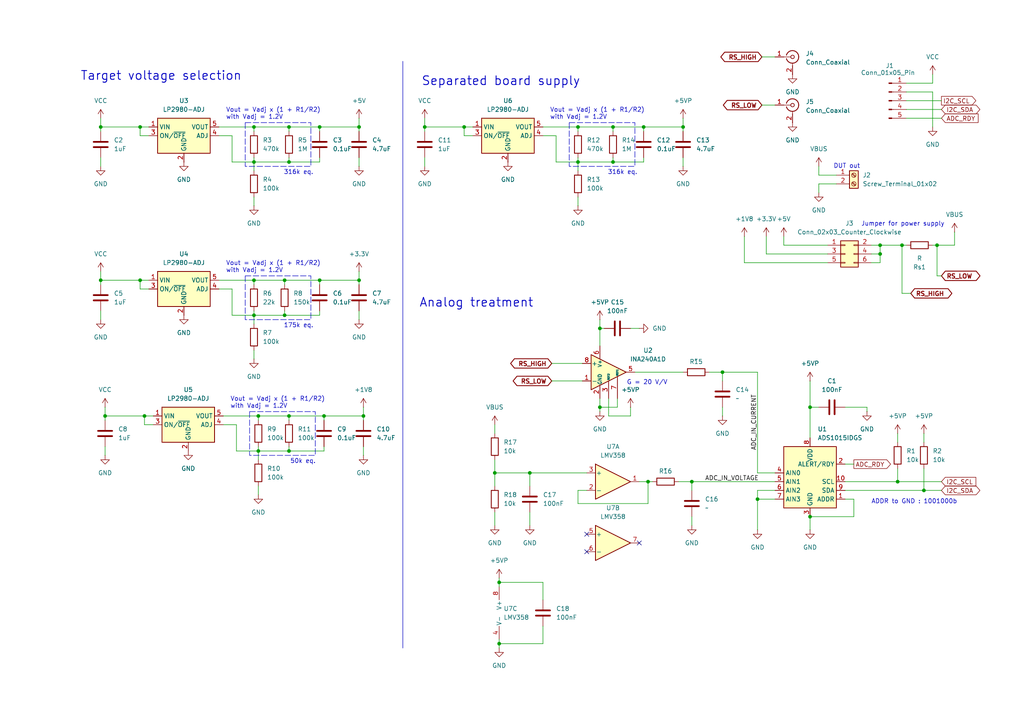
<source format=kicad_sch>
(kicad_sch (version 20231120) (generator "eeschema") (generator_version "8.0")
  (paper "A4")
  (title_block (title "NanoCurrentsSupply") (date "2025-02-19") (rev "A00"))
  (lib_symbols
    (symbol "Amplifier_Current:INA240A1D" (pin_names (offset 0.127))
      (property "Reference" "U" (at 3.81 3.81 0))
      (property "Value" "INA240A1D" (at 3.81 -2.54 0))
      (symbol "INA240A1D_1_1"
        (pin input line (at -7.62 -2.54 0) (length 2.54) (name "-") (number "1"))
        (pin power_in line (at -2.54 -7.62 90) (length 3.81) (name "GND") (number "2"))
        (pin passive line (at 0 -7.62 90) (length 5.08) (name "REF2") (number "3"))
        (pin passive line (at -2.54 -7.62 90) (length 3.81) hide (name "GND") (number "4"))
        (pin output line (at 7.62 0 180) (length 2.54) (name "~") (number "5"))
        (pin power_in line (at -2.54 7.62 270) (length 3.81) (name "V+") (number "6"))
        (pin passive line (at 2.54 -7.62 90) (length 6.35) (name "REF1") (number "7"))
        (pin input line (at -7.62 2.54 0) (length 2.54) (name "+") (number "8"))
      )
    )
    (symbol "Amplifier_Operational:LMV358" (pin_names (offset 0.127))
      (property "Reference" "U" (at 0 5.08 0))
      (property "Value" "LMV358" (at 0 -5.08 0))
      (symbol "LMV358_1_1"
        (pin output line (at 7.62 0 180) (length 2.54) (name "~") (number "1"))
        (pin input line (at -7.62 -2.54 0) (length 2.54) (name "-") (number "2"))
        (pin input line (at -7.62 2.54 0) (length 2.54) (name "+") (number "3"))
      )
      (symbol "LMV358_2_1"
        (pin input line (at -7.62 2.54 0) (length 2.54) (name "+") (number "5"))
        (pin input line (at -7.62 -2.54 0) (length 2.54) (name "-") (number "6"))
        (pin output line (at 7.62 0 180) (length 2.54) (name "~") (number "7"))
      )
      (symbol "LMV358_3_1"
        (pin power_in line (at -2.54 -7.62 90) (length 3.81) (name "V-") (number "4"))
        (pin power_in line (at -2.54 7.62 270) (length 3.81) (name "V+") (number "8"))
      )
    )
    (symbol "Analog_ADC:ADS1015IDGS"
      (property "Reference" "U" (at 2.54 13.97 0))
      (property "Value" "ADS1015IDGS" (at 7.62 11.43 0))
      (symbol "ADS1015IDGS_1_1"
        (pin input line (at 10.16 -5.08 180) (length 2.54) (name "ADDR") (number "1"))
        (pin input line (at 10.16 0 180) (length 2.54) (name "SCL") (number "10"))
        (pin output line (at 10.16 5.08 180) (length 2.54) (name "ALERT/RDY") (number "2"))
        (pin power_in line (at 0 -10.16 90) (length 2.54) (name "GND") (number "3"))
        (pin input line (at -10.16 2.54 0) (length 2.54) (name "AIN0") (number "4"))
        (pin input line (at -10.16 0 0) (length 2.54) (name "AIN1") (number "5"))
        (pin input line (at -10.16 -2.54 0) (length 2.54) (name "AIN2") (number "6"))
        (pin input line (at -10.16 -5.08 0) (length 2.54) (name "AIN3") (number "7"))
        (pin power_in line (at 0 12.7 270) (length 2.54) (name "VDD") (number "8"))
        (pin bidirectional line (at 10.16 -2.54 180) (length 2.54) (name "SDA") (number "9"))
      )
    )
    (symbol "Connector:Conn_01x05_Pin" (pin_names (offset 1.016) hide)
      (property "Reference" "J" (at 0 7.62 0))
      (property "Value" "Conn_01x05_Pin" (at 0 -7.62 0))
      (symbol "Conn_01x05_Pin_1_1"
        (pin passive line (at 5.08 5.08 180) (length 3.81) (name "Pin_1") (number "1"))
        (pin passive line (at 5.08 2.54 180) (length 3.81) (name "Pin_2") (number "2"))
        (pin passive line (at 5.08 0 180) (length 3.81) (name "Pin_3") (number "3"))
        (pin passive line (at 5.08 -2.54 180) (length 3.81) (name "Pin_4") (number "4"))
        (pin passive line (at 5.08 -5.08 180) (length 3.81) (name "Pin_5") (number "5"))
      )
    )
    (symbol "Connector:Conn_Coaxial" (pin_names (offset 1.016) hide)
      (property "Reference" "J" (at 0.254 3.048 0))
      (property "Value" "Conn_Coaxial" (at 2.921 0 90))
      (symbol "Conn_Coaxial_1_1"
        (pin passive line (at -5.08 0 0) (length 2.54) (name "In") (number "1"))
        (pin passive line (at 0 -5.08 90) (length 2.54) (name "Ext") (number "2"))
      )
    )
    (symbol "Connector:Screw_Terminal_01x02" (pin_names (offset 1.016) hide)
      (property "Reference" "J" (at 0 2.54 0))
      (property "Value" "Screw_Terminal_01x02" (at 0 -5.08 0))
      (symbol "Screw_Terminal_01x02_1_1"
        (pin passive line (at -5.08 0 0) (length 3.81) (name "Pin_1") (number "1"))
        (pin passive line (at -5.08 -2.54 0) (length 3.81) (name "Pin_2") (number "2"))
      )
    )
    (symbol "Connector_Generic:Conn_02x03_Odd_Even" (pin_names (offset 1.016) hide)
      (property "Reference" "J" (at 1.27 5.08 0))
      (property "Value" "Conn_02x03_Odd_Even" (at 1.27 -5.08 0))
      (symbol "Conn_02x03_Odd_Even_1_1"
        (pin passive line (at -5.08 2.54 0) (length 3.81) (name "Pin_1") (number "1"))
        (pin passive line (at 7.62 2.54 180) (length 3.81) (name "Pin_2") (number "2"))
        (pin passive line (at -5.08 0 0) (length 3.81) (name "Pin_3") (number "3"))
        (pin passive line (at 7.62 0 180) (length 3.81) (name "Pin_4") (number "4"))
        (pin passive line (at -5.08 -2.54 0) (length 3.81) (name "Pin_5") (number "5"))
        (pin passive line (at 7.62 -2.54 180) (length 3.81) (name "Pin_6") (number "6"))
      )
    )
    (symbol "Device:C" (pin_numbers hide) (pin_names (offset 0.254))
      (property "Reference" "C" (at 0.635 2.54 0))
      (property "Value" "C" (at 0.635 -2.54 0))
      (symbol "C_1_1"
        (pin passive line (at 0 3.81 270) (length 2.794) (name "~") (number "1"))
        (pin passive line (at 0 -3.81 90) (length 2.794) (name "~") (number "2"))
      )
    )
    (symbol "Device:R" (pin_numbers hide) (pin_names (offset 0))
      (property "Reference" "R" (at 2.032 0 90))
      (property "Value" "R" (at 0 0 90))
      (symbol "R_1_1"
        (pin passive line (at 0 3.81 270) (length 1.27) (name "~") (number "1"))
        (pin passive line (at 0 -3.81 90) (length 1.27) (name "~") (number "2"))
      )
    )
    (symbol "Regulator_Linear:LP2980-ADJ"
      (property "Reference" "U" (at 0 10.16 0))
      (property "Value" "LP2980-ADJ" (at 0 7.62 0))
      (symbol "LP2980-ADJ_1_1"
        (pin power_in line (at -10.16 2.54 0) (length 2.54) (name "VIN") (number "1"))
        (pin power_in line (at 0 -7.62 90) (length 2.54) (name "GND") (number "2"))
        (pin input line (at -10.16 0 0) (length 2.54) (name "ON/~{OFF}") (number "3"))
        (pin input line (at 10.16 0 180) (length 2.54) (name "ADJ") (number "4"))
        (pin power_out line (at 10.16 2.54 180) (length 2.54) (name "VOUT") (number "5"))
      )
    )
    (symbol "power:+1V8" (power) (pin_numbers hide) (pin_names (offset 0) hide)
      (property "Value" "+1V8" (at 0 3.556 0))
      (symbol "+1V8_1_1"
        (pin power_in line (at 0 0 90) (length 0) (name "~") (number "1"))
      )
    )
    (symbol "power:+3.3V" (power) (pin_numbers hide) (pin_names (offset 0) hide)
      (property "Value" "+3.3V" (at 0 3.556 0))
      (symbol "+3.3V_1_1"
        (pin power_in line (at 0 0 90) (length 0) (name "~") (number "1"))
      )
    )
    (symbol "power:+5V" (power) (pin_numbers hide) (pin_names (offset 0) hide)
      (property "Value" "+5V" (at 0 3.556 0))
      (symbol "+5V_1_1"
        (pin power_in line (at 0 0 90) (length 0) (name "~") (number "1"))
      )
    )
    (symbol "power:+5VP" (power) (pin_numbers hide) (pin_names (offset 0) hide)
      (property "Value" "+5VP" (at 0 3.556 0))
      (symbol "+5VP_1_1"
        (pin power_in line (at 0 0 90) (length 0) (name "~") (number "1"))
      )
    )
    (symbol "power:GND" (power) (pin_numbers hide) (pin_names (offset 0) hide)
      (property "Value" "GND" (at 0 -3.81 0))
      (symbol "GND_1_1"
        (pin power_in line (at 0 0 270) (length 0) (name "~") (number "1"))
      )
    )
    (symbol "power:VBUS" (power) (pin_numbers hide) (pin_names (offset 0) hide)
      (property "Value" "VBUS" (at 0 3.556 0))
      (symbol "VBUS_1_1"
        (pin power_in line (at 0 0 90) (length 0) (name "~") (number "1"))
      )
    )
    (symbol "power:VCC" (power) (pin_numbers hide) (pin_names (offset 0) hide)
      (property "Value" "VCC" (at 0 3.556 0))
      (symbol "VCC_1_1"
        (pin power_in line (at 0 0 90) (length 0) (name "~") (number "1"))
      )
    )
  )
  (junction (at 92.71 81.28))
  (junction (at 173.99 118.11))
  (junction (at 104.14 36.83))
  (junction (at 209.55 107.95))
  (junction (at 29.21 36.83))
  (junction (at 260.35 139.7))
  (junction (at 177.8 46.99))
  (junction (at 267.97 142.24))
  (junction (at 153.67 137.16))
  (junction (at 82.55 81.28))
  (junction (at 83.82 120.65))
  (junction (at 41.91 120.65))
  (junction (at 73.66 36.83))
  (junction (at 83.82 36.83))
  (junction (at 144.78 168.91))
  (junction (at 187.96 139.7))
  (junction (at 144.78 186.69))
  (junction (at 123.19 36.83))
  (junction (at 29.21 81.28))
  (junction (at 92.71 36.83))
  (junction (at 83.82 46.99))
  (junction (at 74.93 130.81))
  (junction (at 40.64 36.83))
  (junction (at 83.82 130.81))
  (junction (at 198.12 36.83))
  (junction (at 261.62 71.12))
  (junction (at 255.27 73.66))
  (junction (at 167.64 36.83))
  (junction (at 93.98 120.65))
  (junction (at 82.55 91.44))
  (junction (at 255.27 71.12))
  (junction (at 40.64 81.28))
  (junction (at 73.66 91.44))
  (junction (at 73.66 46.99))
  (junction (at 167.64 46.99))
  (junction (at 30.48 120.65))
  (junction (at 104.14 81.28))
  (junction (at 73.66 81.28))
  (junction (at 105.41 120.65))
  (junction (at 186.69 36.83))
  (junction (at 271.78 71.12))
  (junction (at 200.66 139.7))
  (junction (at 74.93 120.65))
  (junction (at 134.62 36.83))
  (junction (at 143.51 137.16))
  (junction (at 234.95 149.86))
  (junction (at 219.71 144.78))
  (junction (at 173.99 95.25))
  (junction (at 234.95 118.11))
  (junction (at 177.8 36.83))
  (no_connect (at 170.18 160.02))
  (no_connect (at 170.18 154.94))
  (no_connect (at 185.42 157.48))
  (wire (pts (xy 173.99 95.25) (xy 175.26 95.25)))
  (wire (pts (xy 247.65 149.86) (xy 234.95 149.86)))
  (wire (pts (xy 104.14 36.83) (xy 104.14 38.1)))
  (wire (pts (xy 105.41 118.11) (xy 105.41 120.65)))
  (wire (pts (xy 262.89 24.13) (xy 270.51 24.13)))
  (wire (pts (xy 153.67 140.97) (xy 153.67 137.16)))
  (wire (pts (xy 209.55 107.95) (xy 219.71 107.95)))
  (polyline (pts (xy 116.84 17.78) (xy 116.84 187.96)))
  (wire (pts (xy 41.91 123.19) (xy 41.91 120.65)))
  (wire (pts (xy 144.78 167.64) (xy 144.78 168.91)))
  (wire (pts (xy 255.27 76.2) (xy 255.27 73.66)))
  (wire (pts (xy 245.11 134.62) (xy 247.65 134.62)))
  (wire (pts (xy 73.66 101.6) (xy 73.66 104.14)))
  (wire (pts (xy 44.45 123.19) (xy 41.91 123.19)))
  (wire (pts (xy 271.78 80.01) (xy 273.05 80.01)))
  (wire (pts (xy 255.27 71.12) (xy 261.62 71.12)))
  (wire (pts (xy 73.66 36.83) (xy 73.66 38.1)))
  (wire (pts (xy 260.35 125.73) (xy 260.35 128.27)))
  (wire (pts (xy 219.71 107.95) (xy 219.71 137.16)))
  (wire (pts (xy 245.11 139.7) (xy 260.35 139.7)))
  (wire (pts (xy 161.29 39.37) (xy 161.29 46.99)))
  (wire (pts (xy 234.95 118.11) (xy 237.49 118.11)))
  (wire (pts (xy 143.51 133.35) (xy 143.51 137.16)))
  (wire (pts (xy 74.93 120.65) (xy 74.93 121.92)))
  (wire (pts (xy 261.62 71.12) (xy 261.62 85.09)))
  (wire (pts (xy 92.71 36.83) (xy 104.14 36.83)))
  (wire (pts (xy 105.41 129.54) (xy 105.41 132.08)))
  (wire (pts (xy 177.8 36.83) (xy 186.69 36.83)))
  (wire (pts (xy 104.14 34.29) (xy 104.14 36.83)))
  (wire (pts (xy 30.48 120.65) (xy 30.48 121.92)))
  (wire (pts (xy 137.16 39.37) (xy 134.62 39.37)))
  (wire (pts (xy 63.5 83.82) (xy 67.31 83.82)))
  (wire (pts (xy 245.11 118.11) (xy 251.46 118.11)))
  (wire (pts (xy 187.96 139.7) (xy 189.23 139.7)))
  (wire (pts (xy 234.95 149.86) (xy 234.95 153.67)))
  (wire (pts (xy 167.64 46.99) (xy 167.64 49.53)))
  (wire (pts (xy 104.14 78.74) (xy 104.14 81.28)))
  (wire (pts (xy 82.55 91.44) (xy 92.71 91.44)))
  (wire (pts (xy 104.14 45.72) (xy 104.14 48.26)))
  (wire (pts (xy 83.82 36.83) (xy 92.71 36.83)))
  (wire (pts (xy 200.66 149.86) (xy 200.66 152.4)))
  (wire (pts (xy 123.19 36.83) (xy 123.19 38.1)))
  (wire (pts (xy 153.67 137.16) (xy 143.51 137.16)))
  (wire (pts (xy 220.98 16.51) (xy 224.79 16.51)))
  (wire (pts (xy 220.98 30.48) (xy 224.79 30.48)))
  (wire (pts (xy 252.73 71.12) (xy 255.27 71.12)))
  (wire (pts (xy 92.71 90.17) (xy 92.71 91.44)))
  (wire (pts (xy 83.82 46.99) (xy 92.71 46.99)))
  (wire (pts (xy 262.89 26.67) (xy 270.51 26.67)))
  (wire (pts (xy 134.62 36.83) (xy 123.19 36.83)))
  (wire (pts (xy 252.73 73.66) (xy 255.27 73.66)))
  (wire (pts (xy 104.14 90.17) (xy 104.14 92.71)))
  (wire (pts (xy 82.55 81.28) (xy 92.71 81.28)))
  (wire (pts (xy 222.25 73.66) (xy 222.25 68.58)))
  (wire (pts (xy 82.55 90.17) (xy 82.55 91.44)))
  (wire (pts (xy 237.49 55.88) (xy 237.49 53.34)))
  (wire (pts (xy 219.71 142.24) (xy 219.71 144.78)))
  (wire (pts (xy 198.12 45.72) (xy 198.12 48.26)))
  (wire (pts (xy 242.57 50.8) (xy 237.49 50.8)))
  (wire (pts (xy 143.51 137.16) (xy 143.51 140.97)))
  (wire (pts (xy 179.07 118.11) (xy 173.99 118.11)))
  (wire (pts (xy 29.21 36.83) (xy 29.21 38.1)))
  (wire (pts (xy 271.78 71.12) (xy 271.78 80.01)))
  (wire (pts (xy 186.69 36.83) (xy 198.12 36.83)))
  (wire (pts (xy 167.64 57.15) (xy 167.64 59.69)))
  (wire (pts (xy 83.82 120.65) (xy 83.82 121.92)))
  (wire (pts (xy 123.19 34.29) (xy 123.19 36.83)))
  (wire (pts (xy 255.27 73.66) (xy 255.27 71.12)))
  (wire (pts (xy 167.64 36.83) (xy 167.64 38.1)))
  (wire (pts (xy 219.71 144.78) (xy 224.79 144.78)))
  (wire (pts (xy 167.64 142.24) (xy 170.18 142.24)))
  (wire (pts (xy 219.71 144.78) (xy 219.71 153.67)))
  (wire (pts (xy 92.71 81.28) (xy 92.71 82.55)))
  (wire (pts (xy 176.53 115.57) (xy 176.53 120.65)))
  (wire (pts (xy 157.48 36.83) (xy 167.64 36.83)))
  (wire (pts (xy 29.21 78.74) (xy 29.21 81.28)))
  (wire (pts (xy 83.82 129.54) (xy 83.82 130.81)))
  (wire (pts (xy 267.97 125.73) (xy 267.97 128.27)))
  (wire (pts (xy 123.19 45.72) (xy 123.19 48.26)))
  (wire (pts (xy 167.64 45.72) (xy 167.64 46.99)))
  (wire (pts (xy 73.66 81.28) (xy 73.66 82.55)))
  (wire (pts (xy 30.48 129.54) (xy 30.48 132.08)))
  (wire (pts (xy 74.93 129.54) (xy 74.93 130.81)))
  (wire (pts (xy 247.65 144.78) (xy 247.65 149.86)))
  (wire (pts (xy 64.77 120.65) (xy 74.93 120.65)))
  (wire (pts (xy 143.51 148.59) (xy 143.51 152.4)))
  (wire (pts (xy 160.02 105.41) (xy 168.91 105.41)))
  (wire (pts (xy 40.64 36.83) (xy 43.18 36.83)))
  (wire (pts (xy 267.97 135.89) (xy 267.97 142.24)))
  (wire (pts (xy 67.31 39.37) (xy 67.31 46.99)))
  (wire (pts (xy 93.98 120.65) (xy 93.98 121.92)))
  (wire (pts (xy 219.71 142.24) (xy 224.79 142.24)))
  (wire (pts (xy 177.8 46.99) (xy 186.69 46.99)))
  (wire (pts (xy 173.99 118.11) (xy 173.99 119.38)))
  (wire (pts (xy 153.67 137.16) (xy 170.18 137.16)))
  (wire (pts (xy 185.42 139.7) (xy 187.96 139.7)))
  (wire (pts (xy 68.58 123.19) (xy 68.58 130.81)))
  (wire (pts (xy 237.49 53.34) (xy 242.57 53.34)))
  (wire (pts (xy 73.66 36.83) (xy 83.82 36.83)))
  (wire (pts (xy 219.71 137.16) (xy 224.79 137.16)))
  (wire (pts (xy 93.98 129.54) (xy 93.98 130.81)))
  (wire (pts (xy 74.93 120.65) (xy 83.82 120.65)))
  (wire (pts (xy 134.62 36.83) (xy 137.16 36.83)))
  (wire (pts (xy 245.11 144.78) (xy 247.65 144.78)))
  (wire (pts (xy 177.8 45.72) (xy 177.8 46.99)))
  (wire (pts (xy 29.21 34.29) (xy 29.21 36.83)))
  (wire (pts (xy 187.96 146.05) (xy 167.64 146.05)))
  (wire (pts (xy 92.71 45.72) (xy 92.71 46.99)))
  (wire (pts (xy 67.31 46.99) (xy 73.66 46.99)))
  (wire (pts (xy 92.71 36.83) (xy 92.71 38.1)))
  (wire (pts (xy 187.96 139.7) (xy 187.96 146.05)))
  (wire (pts (xy 209.55 118.11) (xy 209.55 120.65)))
  (wire (pts (xy 82.55 81.28) (xy 82.55 82.55)))
  (wire (pts (xy 144.78 168.91) (xy 157.48 168.91)))
  (wire (pts (xy 74.93 130.81) (xy 74.93 133.35)))
  (wire (pts (xy 245.11 142.24) (xy 267.97 142.24)))
  (wire (pts (xy 104.14 81.28) (xy 104.14 82.55)))
  (wire (pts (xy 177.8 36.83) (xy 177.8 38.1)))
  (wire (pts (xy 63.5 36.83) (xy 73.66 36.83)))
  (wire (pts (xy 73.66 90.17) (xy 73.66 91.44)))
  (wire (pts (xy 153.67 148.59) (xy 153.67 152.4)))
  (wire (pts (xy 40.64 81.28) (xy 43.18 81.28)))
  (wire (pts (xy 83.82 130.81) (xy 93.98 130.81)))
  (wire (pts (xy 167.64 36.83) (xy 177.8 36.83)))
  (wire (pts (xy 200.66 139.7) (xy 224.79 139.7)))
  (wire (pts (xy 167.64 46.99) (xy 177.8 46.99)))
  (wire (pts (xy 251.46 118.11) (xy 251.46 119.38)))
  (wire (pts (xy 68.58 130.81) (xy 74.93 130.81)))
  (wire (pts (xy 40.64 39.37) (xy 40.64 36.83)))
  (wire (pts (xy 67.31 83.82) (xy 67.31 91.44)))
  (wire (pts (xy 83.82 120.65) (xy 93.98 120.65)))
  (wire (pts (xy 67.31 91.44) (xy 73.66 91.44)))
  (wire (pts (xy 261.62 71.12) (xy 262.89 71.12)))
  (wire (pts (xy 173.99 95.25) (xy 173.99 100.33)))
  (wire (pts (xy 271.78 71.12) (xy 276.86 71.12)))
  (wire (pts (xy 209.55 107.95) (xy 209.55 110.49)))
  (wire (pts (xy 200.66 139.7) (xy 200.66 142.24)))
  (wire (pts (xy 182.88 95.25) (xy 185.42 95.25)))
  (wire (pts (xy 182.88 120.65) (xy 182.88 118.11)))
  (wire (pts (xy 198.12 36.83) (xy 198.12 38.1)))
  (wire (pts (xy 29.21 90.17) (xy 29.21 92.71)))
  (wire (pts (xy 73.66 91.44) (xy 82.55 91.44)))
  (wire (pts (xy 157.48 39.37) (xy 161.29 39.37)))
  (wire (pts (xy 73.66 57.15) (xy 73.66 59.69)))
  (wire (pts (xy 215.9 76.2) (xy 240.03 76.2)))
  (wire (pts (xy 144.78 186.69) (xy 157.48 186.69)))
  (wire (pts (xy 186.69 36.83) (xy 186.69 38.1)))
  (wire (pts (xy 144.78 185.42) (xy 144.78 186.69)))
  (wire (pts (xy 215.9 68.58) (xy 215.9 76.2)))
  (wire (pts (xy 196.85 139.7) (xy 200.66 139.7)))
  (wire (pts (xy 198.12 34.29) (xy 198.12 36.83)))
  (wire (pts (xy 40.64 83.82) (xy 40.64 81.28)))
  (wire (pts (xy 179.07 115.57) (xy 179.07 118.11)))
  (wire (pts (xy 157.48 168.91) (xy 157.48 173.99)))
  (wire (pts (xy 105.41 120.65) (xy 105.41 121.92)))
  (wire (pts (xy 173.99 115.57) (xy 173.99 118.11)))
  (wire (pts (xy 73.66 91.44) (xy 73.66 93.98)))
  (wire (pts (xy 41.91 120.65) (xy 30.48 120.65)))
  (wire (pts (xy 43.18 83.82) (xy 40.64 83.82)))
  (wire (pts (xy 240.03 73.66) (xy 222.25 73.66)))
  (wire (pts (xy 260.35 135.89) (xy 260.35 139.7)))
  (wire (pts (xy 74.93 140.97) (xy 74.93 143.51)))
  (wire (pts (xy 260.35 139.7) (xy 273.05 139.7)))
  (wire (pts (xy 41.91 120.65) (xy 44.45 120.65)))
  (wire (pts (xy 160.02 110.49) (xy 168.91 110.49)))
  (wire (pts (xy 63.5 39.37) (xy 67.31 39.37)))
  (wire (pts (xy 63.5 81.28) (xy 73.66 81.28)))
  (wire (pts (xy 93.98 120.65) (xy 105.41 120.65)))
  (wire (pts (xy 83.82 45.72) (xy 83.82 46.99)))
  (wire (pts (xy 227.33 68.58) (xy 227.33 71.12)))
  (wire (pts (xy 262.89 31.75) (xy 273.05 31.75)))
  (wire (pts (xy 270.51 26.67) (xy 270.51 36.83)))
  (wire (pts (xy 184.15 107.95) (xy 198.12 107.95)))
  (wire (pts (xy 157.48 181.61) (xy 157.48 186.69)))
  (wire (pts (xy 234.95 118.11) (xy 234.95 127)))
  (wire (pts (xy 237.49 50.8) (xy 237.49 48.26)))
  (wire (pts (xy 144.78 170.18) (xy 144.78 168.91)))
  (wire (pts (xy 73.66 46.99) (xy 73.66 49.53)))
  (wire (pts (xy 262.89 29.21) (xy 273.05 29.21)))
  (wire (pts (xy 40.64 36.83) (xy 29.21 36.83)))
  (wire (pts (xy 205.74 107.95) (xy 209.55 107.95)))
  (wire (pts (xy 167.64 146.05) (xy 167.64 142.24)))
  (wire (pts (xy 73.66 46.99) (xy 83.82 46.99)))
  (wire (pts (xy 267.97 142.24) (xy 273.05 142.24)))
  (wire (pts (xy 40.64 81.28) (xy 29.21 81.28)))
  (wire (pts (xy 227.33 71.12) (xy 240.03 71.12)))
  (wire (pts (xy 74.93 130.81) (xy 83.82 130.81)))
  (wire (pts (xy 64.77 123.19) (xy 68.58 123.19)))
  (wire (pts (xy 30.48 118.11) (xy 30.48 120.65)))
  (wire (pts (xy 73.66 45.72) (xy 73.66 46.99)))
  (wire (pts (xy 186.69 45.72) (xy 186.69 46.99)))
  (wire (pts (xy 134.62 39.37) (xy 134.62 36.83)))
  (wire (pts (xy 29.21 81.28) (xy 29.21 82.55)))
  (wire (pts (xy 43.18 39.37) (xy 40.64 39.37)))
  (wire (pts (xy 276.86 71.12) (xy 276.86 67.31)))
  (wire (pts (xy 144.78 186.69) (xy 144.78 187.96)))
  (wire (pts (xy 92.71 81.28) (xy 104.14 81.28)))
  (wire (pts (xy 270.51 24.13) (xy 270.51 21.59)))
  (wire (pts (xy 264.16 85.09) (xy 261.62 85.09)))
  (wire (pts (xy 143.51 123.19) (xy 143.51 125.73)))
  (wire (pts (xy 252.73 76.2) (xy 255.27 76.2)))
  (wire (pts (xy 29.21 45.72) (xy 29.21 48.26)))
  (wire (pts (xy 161.29 46.99) (xy 167.64 46.99)))
  (wire (pts (xy 73.66 81.28) (xy 82.55 81.28)))
  (wire (pts (xy 83.82 36.83) (xy 83.82 38.1)))
  (wire (pts (xy 182.88 120.65) (xy 176.53 120.65)))
  (wire (pts (xy 234.95 110.49) (xy 234.95 118.11)))
  (wire (pts (xy 270.51 71.12) (xy 271.78 71.12)))
  (wire (pts (xy 262.89 34.29) (xy 273.05 34.29)))
  (wire (pts (xy 173.99 92.71) (xy 173.99 95.25)))
  (rectangle (start 72.39 119.38) (end 91.44 132.08) (stroke (width 0) (type dash)))
  (rectangle (start 165.1 35.56) (end 184.15 48.26) (stroke (width 0) (type dash)))
  (rectangle (start 71.12 35.56) (end 90.17 48.26) (stroke (width 0) (type dash)))
  (rectangle (start 71.12 80.01) (end 90.17 92.71) (stroke (width 0) (type dash)))
  (text "Target voltage selection" (at 46.736 22.098 0) (effects (font (size 2.54 2.54) (thickness 0.254) (bold yes))))
  (text "50k eq." (at 87.884 133.858 0) (effects (font (size 1.27 1.27))))
  (text "175k eq." (at 86.614 94.488 0) (effects (font (size 1.27 1.27))))
  (text "Vout = Vadj x (1 + R1/R2)\nwith Vadj = 1.2V" (at 66.802 116.84 0) (effects (font (size 1.27 1.27)) (justify left)))
  (text "DUT out" (at 245.618 48.26 0) (effects (font (size 1.27 1.27))))
  (text "ADDR to GND : 1001000b" (at 265.176 145.542 0) (effects (font (size 1.27 1.27))))
  (text "Analog treatment" (at 138.176 87.884 0) (effects (font (size 2.54 2.54) (thickness 0.254) (bold yes))))
  (text "Jumper for power supply" (at 261.874 65.024 0) (effects (font (size 1.27 1.27))))
  (text "Vout = Vadj x (1 + R1/R2)\nwith Vadj = 1.2V" (at 65.532 77.47 0) (effects (font (size 1.27 1.27)) (justify left)))
  (text "G = 20 V/V" (at 187.706 110.998 0) (effects (font (size 1.27 1.27))))
  (text "Separated board supply" (at 145.288 23.622 0) (effects (font (size 2.54 2.54) (thickness 0.254) (bold yes))))
  (text "316k eq." (at 86.614 50.038 0) (effects (font (size 1.27 1.27))))
  (text "Vout = Vadj x (1 + R1/R2)\nwith Vadj = 1.2V" (at 65.532 33.02 0) (effects (font (size 1.27 1.27)) (justify left)))
  (text "316k eq." (at 180.594 50.038 0) (effects (font (size 1.27 1.27))))
  (text "Vout = Vadj x (1 + R1/R2)\nwith Vadj = 1.2V" (at 159.512 33.02 0) (effects (font (size 1.27 1.27)) (justify left)))
  (label "ADC_IN_VOLTAGE" (at 204.47 139.7 0))
  (label "ADC_IN_CURRENT" (at 219.71 114.3 270))
  (global_label "I2C_SDA" (shape bidirectional) (at 273.05 142.24 0) (property "Intersheetrefs" "${INTERSHEET_REFS}" (effects (hide yes))))
  (global_label "ADC_RDY" (shape output) (at 247.65 134.62 0) (property "Intersheetrefs" "${INTERSHEET_REFS}" (effects (hide yes))))
  (global_label "RS_LOW" (shape bidirectional) (at 160.02 110.49 180) (effects (font (thickness 0.254) (bold yes))) (property "Intersheetrefs" "${INTERSHEET_REFS}" (effects (hide yes))))
  (global_label "RS_LOW" (shape bidirectional) (at 220.98 30.48 180) (effects (font (thickness 0.254) (bold yes))) (property "Intersheetrefs" "${INTERSHEET_REFS}" (effects (hide yes))))
  (global_label "ADC_RDY" (shape input) (at 273.05 34.29 0) (property "Intersheetrefs" "${INTERSHEET_REFS}" (effects (hide yes))))
  (global_label "RS_HIGH" (shape bidirectional) (at 160.02 105.41 180) (effects (font (thickness 0.254) (bold yes))) (property "Intersheetrefs" "${INTERSHEET_REFS}" (effects (hide yes))))
  (global_label "RS_HIGH" (shape bidirectional) (at 220.98 16.51 180) (effects (font (thickness 0.254) (bold yes))) (property "Intersheetrefs" "${INTERSHEET_REFS}" (effects (hide yes))))
  (global_label "I2C_SDA" (shape bidirectional) (at 273.05 31.75 0) (property "Intersheetrefs" "${INTERSHEET_REFS}" (effects (hide yes))))
  (global_label "RS_LOW" (shape bidirectional) (at 273.05 80.01 0) (effects (font (thickness 0.254) (bold yes))) (property "Intersheetrefs" "${INTERSHEET_REFS}" (effects (hide yes))))
  (global_label "I2C_SCL" (shape input) (at 273.05 139.7 0) (property "Intersheetrefs" "${INTERSHEET_REFS}" (effects (hide yes))))
  (global_label "RS_HIGH" (shape bidirectional) (at 264.16 85.09 0) (effects (font (thickness 0.254) (bold yes))) (property "Intersheetrefs" "${INTERSHEET_REFS}" (effects (hide yes))))
  (global_label "I2C_SCL" (shape output) (at 273.05 29.21 0) (property "Intersheetrefs" "${INTERSHEET_REFS}" (effects (hide yes))))
  (symbol (lib_id "power:VCC") (at 30.48 118.11 0) (unit 1)
    (property "Reference" "#PWR013" (effects (hide yes)))
    (property "Value" "VCC" (at 30.48 113.03 0))
    (property "Description" "Power symbol creates a global label with name \"VCC\"" (effects (hide yes)))
  )
  (symbol (lib_id "Analog_ADC:ADS1015IDGS") (at 234.95 139.7 0) (unit 1)
    (property "Reference" "U1" (at 237.1441 124.46 0) (effects (justify left)))
    (property "Value" "ADS1015IDGS" (at 237.1441 127 0) (effects (justify left)))
    (property "Footprint" "Package_SO:TSSOP-10_3x3mm_P0.5mm" (effects (hide yes)))
    (property "Datasheet" "http://www.ti.com/lit/ds/symlink/ads1015.pdf" (effects (hide yes)))
    (property "Description" "Ultra-Small, Low-Power, I2C-Compatible, 3.3-kSPS, 12-Bit ADCs With Internal Reference, Oscillator, and Programmable Comparator, VSSOP-10" (effects (hide yes)))
  )
  (symbol (lib_id "Regulator_Linear:LP2980-ADJ") (at 53.34 39.37 0) (unit 1)
    (property "Reference" "U3" (at 53.34 29.21 0))
    (property "Value" "LP2980-ADJ" (at 53.34 31.75 0))
    (property "Footprint" "Package_TO_SOT_SMD:SOT-23-5" (effects (hide yes)))
    (property "Datasheet" "http://www.ti.com/lit/ds/symlink/lp2980-adj.pdf" (effects (hide yes)))
    (property "Description" "50mA 15V Low-noise Low-dropout Regulator, 1.23-15V adjustable output voltage, SOT-23-5" (effects (hide yes)))
  )
  (symbol (lib_id "Device:R") (at 260.35 132.08 0) (unit 1)
    (property "Reference" "R1" (at 262.89 130.8099 0) (effects (justify left)))
    (property "Value" "10k" (at 262.89 133.3499 0) (effects (justify left)))
    (property "Footprint" "Resistor_SMD:R_0603_1608Metric_Pad0.98x0.95mm_HandSolder" (effects (hide yes)))
    (property "Description" "Resistor" (effects (hide yes)))
  )
  (symbol (lib_id "Device:C") (at 92.71 41.91 0) (unit 1)
    (property "Reference" "C3" (at 96.52 40.6399 0) (effects (justify left)))
    (property "Value" "0.1uF" (at 96.52 43.1799 0) (effects (justify left)))
    (property "Footprint" "Capacitor_SMD:C_0603_1608Metric_Pad1.08x0.95mm_HandSolder" (effects (hide yes)))
    (property "Description" "Unpolarized capacitor" (effects (hide yes)))
  )
  (symbol (lib_id "power:+5VP") (at 198.12 34.29 0) (unit 1)
    (property "Reference" "#PWR031" (effects (hide yes)))
    (property "Value" "+5VP" (at 198.12 29.21 0))
    (property "Description" "Power symbol creates a global label with name \"+5VP\"" (effects (hide yes)))
  )
  (symbol (lib_id "power:GND") (at 104.14 92.71 0) (unit 1)
    (property "Reference" "#PWR010" (effects (hide yes)))
    (property "Value" "GND" (at 104.14 97.79 0))
    (property "Description" "Power symbol creates a global label with name \"GND\" , ground" (effects (hide yes)))
  )
  (symbol (lib_id "power:GND") (at 105.41 132.08 0) (unit 1)
    (property "Reference" "#PWR017" (effects (hide yes)))
    (property "Value" "GND" (at 105.41 137.16 0))
    (property "Description" "Power symbol creates a global label with name \"GND\" , ground" (effects (hide yes)))
  )
  (symbol (lib_id "power:+5VP") (at 182.88 118.11 0) (unit 1)
    (property "Reference" "#PWR041" (effects (hide yes)))
    (property "Value" "+5VP" (at 182.88 113.03 0))
    (property "Description" "Power symbol creates a global label with name \"+5VP\"" (effects (hide yes)))
  )
  (symbol (lib_id "Device:C") (at 92.71 86.36 0) (unit 1)
    (property "Reference" "C6" (at 96.52 85.0899 0) (effects (justify left)))
    (property "Value" "0.1uF" (at 96.52 87.6299 0) (effects (justify left)))
    (property "Footprint" "Capacitor_SMD:C_0603_1608Metric_Pad1.08x0.95mm_HandSolder" (effects (hide yes)))
    (property "Description" "Unpolarized capacitor" (effects (hide yes)))
  )
  (symbol (lib_id "Device:C") (at 104.14 86.36 0) (unit 1)
    (property "Reference" "C7" (at 107.95 85.0899 0) (effects (justify left)))
    (property "Value" "4.7uF" (at 107.95 87.6299 0) (effects (justify left)))
    (property "Footprint" "Capacitor_SMD:C_0603_1608Metric_Pad1.08x0.95mm_HandSolder" (effects (hide yes)))
    (property "Description" "Unpolarized capacitor" (effects (hide yes)))
  )
  (symbol (lib_id "Device:C") (at 104.14 41.91 0) (unit 1)
    (property "Reference" "C4" (at 107.95 40.6399 0) (effects (justify left)))
    (property "Value" "4.7uF" (at 107.95 43.1799 0) (effects (justify left)))
    (property "Footprint" "Capacitor_SMD:C_0603_1608Metric_Pad1.08x0.95mm_HandSolder" (effects (hide yes)))
    (property "Description" "Unpolarized capacitor" (effects (hide yes)))
  )
  (symbol (lib_id "Device:R") (at 143.51 144.78 0) (unit 1)
    (property "Reference" "R18" (at 146.05 143.5099 0) (effects (justify left)))
    (property "Value" "10k" (at 146.05 146.0499 0) (effects (justify left)))
    (property "Footprint" "Resistor_SMD:R_0603_1608Metric_Pad0.98x0.95mm_HandSolder" (effects (hide yes)))
    (property "Description" "Resistor" (effects (hide yes)))
  )
  (symbol (lib_id "power:+5VP") (at 267.97 125.73 0) (unit 1)
    (property "Reference" "#PWR034" (effects (hide yes)))
    (property "Value" "+5VP" (at 267.97 120.65 0))
    (property "Description" "Power symbol creates a global label with name \"+5VP\"" (effects (hide yes)))
  )
  (symbol (lib_id "Device:R") (at 193.04 139.7 90) (unit 1)
    (property "Reference" "R16" (at 193.04 136.652 90))
    (property "Value" "~" (at 193.04 135.89 90))
    (property "Footprint" "Resistor_SMD:R_0603_1608Metric_Pad0.98x0.95mm_HandSolder" (effects (hide yes)))
    (property "Description" "Resistor" (effects (hide yes)))
  )
  (symbol (lib_id "Device:R") (at 167.64 41.91 0) (unit 1)
    (property "Reference" "R12" (at 170.18 40.6399 0) (effects (justify left)))
    (property "Value" "470k" (at 170.18 43.1799 0) (effects (justify left)))
    (property "Footprint" "Resistor_SMD:R_0603_1608Metric_Pad0.98x0.95mm_HandSolder" (effects (hide yes)))
    (property "Description" "Resistor" (effects (hide yes)))
  )
  (symbol (lib_id "Device:R") (at 82.55 86.36 0) (unit 1)
    (property "Reference" "R8" (at 85.09 85.0899 0) (effects (justify left)))
    (property "Value" "150k" (at 85.09 87.6299 0) (effects (justify left)))
    (property "Footprint" "Resistor_SMD:R_0603_1608Metric_Pad0.98x0.95mm_HandSolder" (effects (hide yes)))
    (property "Description" "Resistor" (effects (hide yes)))
  )
  (symbol (lib_id "power:GND") (at 270.51 36.83 0) (unit 1)
    (property "Reference" "#PWR023" (effects (hide yes)))
    (property "Value" "GND" (at 270.51 41.91 0))
    (property "Description" "Power symbol creates a global label with name \"GND\" , ground" (effects (hide yes)))
  )
  (symbol (lib_id "power:+5VP") (at 234.95 110.49 0) (unit 1)
    (property "Reference" "#PWR029" (effects (hide yes)))
    (property "Value" "+5VP" (at 234.95 105.41 0))
    (property "Description" "Power symbol creates a global label with name \"+5VP\"" (effects (hide yes)))
  )
  (symbol (lib_id "Amplifier_Operational:LMV358") (at 147.32 177.8 0) (unit 3)
    (property "Reference" "U7" (at 146.05 176.5299 0) (effects (justify left)))
    (property "Value" "LMV358" (at 146.05 179.0699 0) (effects (justify left)))
    (property "Footprint" "Package_SO:SOIC-8_3.9x4.9mm_P1.27mm" (effects (hide yes)))
    (property "Datasheet" "http://www.ti.com/lit/ds/symlink/lmv324.pdf" (effects (hide yes)))
    (property "Description" "Dual Low-Voltage Rail-to-Rail Output Operational Amplifiers, SOIC-8/SSOP-8" (effects (hide yes)))
  )
  (symbol (lib_id "Amplifier_Operational:LMV358") (at 177.8 139.7 0) (unit 1)
    (property "Reference" "U7" (at 177.8 129.54 0))
    (property "Value" "LMV358" (at 177.8 132.08 0))
    (property "Footprint" "Package_SO:SOIC-8_3.9x4.9mm_P1.27mm" (effects (hide yes)))
    (property "Datasheet" "http://www.ti.com/lit/ds/symlink/lmv324.pdf" (effects (hide yes)))
    (property "Description" "Dual Low-Voltage Rail-to-Rail Output Operational Amplifiers, SOIC-8/SSOP-8" (effects (hide yes)))
  )
  (symbol (lib_id "power:GND") (at 237.49 55.88 0) (unit 1)
    (property "Reference" "#PWR021" (effects (hide yes)))
    (property "Value" "GND" (at 237.49 60.96 0))
    (property "Description" "Power symbol creates a global label with name \"GND\" , ground" (effects (hide yes)))
  )
  (symbol (lib_id "power:GND") (at 144.78 187.96 0) (unit 1)
    (property "Reference" "#PWR046" (effects (hide yes)))
    (property "Value" "GND" (at 144.78 193.04 0))
    (property "Description" "Power symbol creates a global label with name \"GND\" , ground" (effects (hide yes)))
  )
  (symbol (lib_id "Device:C") (at 93.98 125.73 0) (unit 1)
    (property "Reference" "C9" (at 97.79 124.4599 0) (effects (justify left)))
    (property "Value" "0.1uF" (at 97.79 126.9999 0) (effects (justify left)))
    (property "Footprint" "Capacitor_SMD:C_0603_1608Metric_Pad1.08x0.95mm_HandSolder" (effects (hide yes)))
    (property "Description" "Unpolarized capacitor" (effects (hide yes)))
  )
  (symbol (lib_id "Device:R") (at 83.82 125.73 0) (unit 1)
    (property "Reference" "R11" (at 86.36 124.4599 0) (effects (justify left)))
    (property "Value" "100k" (at 86.36 126.9999 0) (effects (justify left)))
    (property "Footprint" "Resistor_SMD:R_0603_1608Metric_Pad0.98x0.95mm_HandSolder" (effects (hide yes)))
    (property "Description" "Resistor" (effects (hide yes)))
  )
  (symbol (lib_id "power:GND") (at 229.87 35.56 0) (unit 1)
    (property "Reference" "#PWR038" (effects (hide yes)))
    (property "Value" "GND" (at 229.87 40.64 0))
    (property "Description" "Power symbol creates a global label with name \"GND\" , ground" (effects (hide yes)))
  )
  (symbol (lib_id "Device:C") (at 241.3 118.11 90) (unit 1)
    (property "Reference" "C1" (at 241.3 110.49 90))
    (property "Value" "100nF" (at 241.3 113.03 90))
    (property "Footprint" "Capacitor_SMD:C_0603_1608Metric_Pad1.08x0.95mm_HandSolder" (effects (hide yes)))
    (property "Description" "Unpolarized capacitor" (effects (hide yes)))
  )
  (symbol (lib_id "Device:C") (at 186.69 41.91 0) (unit 1)
    (property "Reference" "C12" (at 190.5 40.6399 0) (effects (justify left)))
    (property "Value" "0.1uF" (at 190.5 43.1799 0) (effects (justify left)))
    (property "Footprint" "Capacitor_SMD:C_0603_1608Metric_Pad1.08x0.95mm_HandSolder" (effects (hide yes)))
    (property "Description" "Unpolarized capacitor" (effects (hide yes)))
  )
  (symbol (lib_id "power:+5VP") (at 260.35 125.73 0) (unit 1)
    (property "Reference" "#PWR033" (effects (hide yes)))
    (property "Value" "+5VP" (at 260.35 120.65 0))
    (property "Description" "Power symbol creates a global label with name \"+5VP\"" (effects (hide yes)))
  )
  (symbol (lib_id "Device:R") (at 177.8 41.91 0) (unit 1)
    (property "Reference" "R14" (at 180.34 40.6399 0) (effects (justify left)))
    (property "Value" "1M" (at 180.34 43.1799 0) (effects (justify left)))
    (property "Footprint" "Resistor_SMD:R_0603_1608Metric_Pad0.98x0.95mm_HandSolder" (effects (hide yes)))
    (property "Description" "Resistor" (effects (hide yes)))
  )
  (symbol (lib_id "power:GND") (at 251.46 119.38 0) (unit 1)
    (property "Reference" "#PWR025" (effects (hide yes)))
    (property "Value" "GND" (at 251.46 124.46 0))
    (property "Description" "Power symbol creates a global label with name \"GND\" , ground" (effects (hide yes)))
  )
  (symbol (lib_id "power:+3.3V") (at 104.14 78.74 0) (unit 1)
    (property "Reference" "#PWR06" (effects (hide yes)))
    (property "Value" "+3.3V" (at 104.14 73.66 0))
    (property "Description" "Power symbol creates a global label with name \"+3.3V\"" (effects (hide yes)))
  )
  (symbol (lib_id "power:GND") (at 173.99 119.38 0) (unit 1)
    (property "Reference" "#PWR039" (effects (hide yes)))
    (property "Value" "GND" (at 173.99 124.46 0))
    (property "Description" "Power symbol creates a global label with name \"GND\" , ground" (effects (hide yes)))
  )
  (symbol (lib_id "power:GND") (at 53.34 91.44 0) (unit 1)
    (property "Reference" "#PWR049" (effects (hide yes)))
    (property "Value" "GND" (at 53.34 96.52 0))
    (property "Description" "Power symbol creates a global label with name \"GND\" , ground" (effects (hide yes)))
  )
  (symbol (lib_id "Device:C") (at 123.19 41.91 0) (unit 1)
    (property "Reference" "C11" (at 127 40.6399 0) (effects (justify left)))
    (property "Value" "1uF" (at 127 43.1799 0) (effects (justify left)))
    (property "Footprint" "Capacitor_SMD:C_0603_1608Metric_Pad1.08x0.95mm_HandSolder" (effects (hide yes)))
    (property "Description" "Unpolarized capacitor" (effects (hide yes)))
  )
  (symbol (lib_id "power:+3.3V") (at 222.25 68.58 0) (unit 1)
    (property "Reference" "#PWR09" (effects (hide yes)))
    (property "Value" "+3.3V" (at 222.25 63.5 0))
    (property "Description" "Power symbol creates a global label with name \"+3.3V\"" (effects (hide yes)))
  )
  (symbol (lib_id "power:VCC") (at 29.21 78.74 0) (unit 1)
    (property "Reference" "#PWR011" (effects (hide yes)))
    (property "Value" "VCC" (at 29.21 73.66 0))
    (property "Description" "Power symbol creates a global label with name \"VCC\"" (effects (hide yes)))
  )
  (symbol (lib_id "Amplifier_Current:INA240A1D") (at 176.53 107.95 0) (unit 1)
    (property "Reference" "U2" (at 187.96 101.6314 0))
    (property "Value" "INA240A1D" (at 187.96 104.1714 0))
    (property "Footprint" "Package_SO:SOIC-8_3.9x4.9mm_P1.27mm" (effects (hide yes)))
    (property "Datasheet" "http://www.ti.com/lit/ds/symlink/ina240.pdf" (effects (hide yes)))
    (property "Description" "High- and Low-Side, Bidirectional, Zero-Drift, Current-Sense Amplifier With Enhanced PWM Rejection, 20V/V, SOIC-8" (effects (hide yes)))
  )
  (symbol (lib_id "power:GND") (at 73.66 59.69 0) (unit 1)
    (property "Reference" "#PWR03" (effects (hide yes)))
    (property "Value" "GND" (at 73.66 64.77 0))
    (property "Description" "Power symbol creates a global label with name \"GND\" , ground" (effects (hide yes)))
  )
  (symbol (lib_id "power:GND") (at 234.95 153.67 0) (unit 1)
    (property "Reference" "#PWR024" (effects (hide yes)))
    (property "Value" "GND" (at 234.95 158.75 0))
    (property "Description" "Power symbol creates a global label with name \"GND\" , ground" (effects (hide yes)))
  )
  (symbol (lib_id "Device:C") (at 179.07 95.25 90) (unit 1)
    (property "Reference" "C15" (at 179.07 87.63 90))
    (property "Value" "100nF" (at 179.07 90.17 90))
    (property "Footprint" "Capacitor_SMD:C_0603_1608Metric_Pad1.08x0.95mm_HandSolder" (effects (hide yes)))
    (property "Description" "Unpolarized capacitor" (effects (hide yes)))
  )
  (symbol (lib_id "Device:C") (at 209.55 114.3 180) (unit 1)
    (property "Reference" "C14" (at 213.36 113.0299 0) (effects (justify right)))
    (property "Value" "~" (at 213.36 115.5699 0) (effects (justify right)))
    (property "Footprint" "Capacitor_SMD:C_0603_1608Metric_Pad1.08x0.95mm_HandSolder" (effects (hide yes)))
    (property "Description" "Unpolarized capacitor" (effects (hide yes)))
  )
  (symbol (lib_id "Regulator_Linear:LP2980-ADJ") (at 53.34 83.82 0) (unit 1)
    (property "Reference" "U4" (at 53.34 73.66 0))
    (property "Value" "LP2980-ADJ" (at 53.34 76.2 0))
    (property "Footprint" "Package_TO_SOT_SMD:SOT-23-5" (effects (hide yes)))
    (property "Datasheet" "http://www.ti.com/lit/ds/symlink/lp2980-adj.pdf" (effects (hide yes)))
    (property "Description" "50mA 15V Low-noise Low-dropout Regulator, 1.23-15V adjustable output voltage, SOT-23-5" (effects (hide yes)))
  )
  (symbol (lib_id "Device:C") (at 29.21 86.36 0) (unit 1)
    (property "Reference" "C5" (at 33.02 85.0899 0) (effects (justify left)))
    (property "Value" "1uF" (at 33.02 87.6299 0) (effects (justify left)))
    (property "Footprint" "Capacitor_SMD:C_0603_1608Metric_Pad1.08x0.95mm_HandSolder" (effects (hide yes)))
    (property "Description" "Unpolarized capacitor" (effects (hide yes)))
  )
  (symbol (lib_id "Device:R") (at 266.7 71.12 270) (mirror x) (unit 1)
    (property "Reference" "Rs1" (at 266.7 77.47 90))
    (property "Value" "R" (at 266.7 74.93 90))
    (property "Footprint" "Resistor_SMD:R_4020_10251Metric_Pad1.65x5.30mm_HandSolder" (effects (hide yes)))
    (property "Description" "Resistor" (effects (hide yes)))
  )
  (symbol (lib_id "Regulator_Linear:LP2980-ADJ") (at 54.61 123.19 0) (unit 1)
    (property "Reference" "U5" (at 54.61 113.03 0))
    (property "Value" "LP2980-ADJ" (at 54.61 115.57 0))
    (property "Footprint" "Package_TO_SOT_SMD:SOT-23-5" (effects (hide yes)))
    (property "Datasheet" "http://www.ti.com/lit/ds/symlink/lp2980-adj.pdf" (effects (hide yes)))
    (property "Description" "50mA 15V Low-noise Low-dropout Regulator, 1.23-15V adjustable output voltage, SOT-23-5" (effects (hide yes)))
  )
  (symbol (lib_id "Device:R") (at 73.66 86.36 0) (unit 1)
    (property "Reference" "R6" (at 76.2 85.0899 0) (effects (justify left)))
    (property "Value" "22k" (at 76.2 87.6299 0) (effects (justify left)))
    (property "Footprint" "Resistor_SMD:R_0603_1608Metric_Pad0.98x0.95mm_HandSolder" (effects (hide yes)))
    (property "Description" "Resistor" (effects (hide yes)))
  )
  (symbol (lib_id "power:GND") (at 54.61 130.81 0) (unit 1)
    (property "Reference" "#PWR050" (effects (hide yes)))
    (property "Value" "GND" (at 54.61 135.89 0))
    (property "Description" "Power symbol creates a global label with name \"GND\" , ground" (effects (hide yes)))
  )
  (symbol (lib_id "power:GND") (at 143.51 152.4 0) (unit 1)
    (property "Reference" "#PWR044" (effects (hide yes)))
    (property "Value" "GND" (at 143.51 157.48 0))
    (property "Description" "Power symbol creates a global label with name \"GND\" , ground" (effects (hide yes)))
  )
  (symbol (lib_id "power:GND") (at 185.42 95.25 90) (unit 1)
    (property "Reference" "#PWR040" (effects (hide yes)))
    (property "Value" "GND" (at 189.23 95.2499 90) (effects (justify right)))
    (property "Description" "Power symbol creates a global label with name \"GND\" , ground" (effects (hide yes)))
  )
  (symbol (lib_id "power:VBUS") (at 276.86 67.31 0) (unit 1)
    (property "Reference" "#PWR019" (effects (hide yes)))
    (property "Value" "VBUS" (at 276.86 62.23 0))
    (property "Description" "Power symbol creates a global label with name \"VBUS\"" (effects (hide yes)))
  )
  (symbol (lib_id "power:GND") (at 53.34 46.99 0) (unit 1)
    (property "Reference" "#PWR048" (effects (hide yes)))
    (property "Value" "GND" (at 53.34 52.07 0))
    (property "Description" "Power symbol creates a global label with name \"GND\" , ground" (effects (hide yes)))
  )
  (symbol (lib_id "Connector:Screw_Terminal_01x02") (at 247.65 50.8 0) (unit 1)
    (property "Reference" "J2" (at 250.19 50.7999 0) (effects (justify left)))
    (property "Value" "Screw_Terminal_01x02" (at 250.19 53.3399 0) (effects (justify left)))
    (property "Footprint" "TerminalBlock:TerminalBlock_bornier-2_P5.08mm" (effects (hide yes)))
    (property "Description" "Generic screw terminal, single row, 01x02, script generated (kicad-library-utils/schlib/autogen/connector/)" (effects (hide yes)))
  )
  (symbol (lib_id "Device:R") (at 73.66 41.91 0) (unit 1)
    (property "Reference" "R3" (at 76.2 40.6399 0) (effects (justify left)))
    (property "Value" "470k" (at 76.2 43.1799 0) (effects (justify left)))
    (property "Footprint" "Resistor_SMD:R_0603_1608Metric_Pad0.98x0.95mm_HandSolder" (effects (hide yes)))
    (property "Description" "Resistor" (effects (hide yes)))
  )
  (symbol (lib_id "power:GND") (at 74.93 143.51 0) (unit 1)
    (property "Reference" "#PWR015" (effects (hide yes)))
    (property "Value" "GND" (at 74.93 148.59 0))
    (property "Description" "Power symbol creates a global label with name \"GND\" , ground" (effects (hide yes)))
  )
  (symbol (lib_id "power:+1V8") (at 105.41 118.11 0) (unit 1)
    (property "Reference" "#PWR016" (effects (hide yes)))
    (property "Value" "+1V8" (at 105.41 113.03 0))
    (property "Description" "Power symbol creates a global label with name \"+1V8\"" (effects (hide yes)))
  )
  (symbol (lib_id "Connector_Generic:Conn_02x03_Odd_Even") (at 245.11 73.66 0) (unit 1)
    (property "Reference" "J3" (at 246.38 64.77 0))
    (property "Value" "Conn_02x03_Counter_Clockwise" (at 246.38 67.31 0))
    (property "Footprint" "Connector_PinSocket_2.54mm:PinSocket_2x03_P2.54mm_Vertical" (effects (hide yes)))
    (property "Description" "Generic connector, double row, 02x03, odd/even pin numbering scheme (row 1 odd numbers, row 2 even numbers), script generated (kicad-library-utils/schlib/autogen/connector/)" (effects (hide yes)))
  )
  (symbol (lib_id "power:GND") (at 153.67 152.4 0) (unit 1)
    (property "Reference" "#PWR045" (effects (hide yes)))
    (property "Value" "GND" (at 153.67 157.48 0))
    (property "Description" "Power symbol creates a global label with name \"GND\" , ground" (effects (hide yes)))
  )
  (symbol (lib_id "Device:C") (at 198.12 41.91 0) (unit 1)
    (property "Reference" "C13" (at 201.93 40.6399 0) (effects (justify left)))
    (property "Value" "4.7uF" (at 201.93 43.1799 0) (effects (justify left)))
    (property "Footprint" "Capacitor_SMD:C_0603_1608Metric_Pad1.08x0.95mm_HandSolder" (effects (hide yes)))
    (property "Description" "Unpolarized capacitor" (effects (hide yes)))
  )
  (symbol (lib_id "power:GND") (at 198.12 48.26 0) (unit 1)
    (property "Reference" "#PWR030" (effects (hide yes)))
    (property "Value" "GND" (at 198.12 53.34 0))
    (property "Description" "Power symbol creates a global label with name \"GND\" , ground" (effects (hide yes)))
  )
  (symbol (lib_id "Device:C") (at 30.48 125.73 0) (unit 1)
    (property "Reference" "C8" (at 34.29 124.4599 0) (effects (justify left)))
    (property "Value" "1uF" (at 34.29 126.9999 0) (effects (justify left)))
    (property "Footprint" "Capacitor_SMD:C_0603_1608Metric_Pad1.08x0.95mm_HandSolder" (effects (hide yes)))
    (property "Description" "Unpolarized capacitor" (effects (hide yes)))
  )
  (symbol (lib_id "power:GND") (at 147.32 46.99 0) (unit 1)
    (property "Reference" "#PWR051" (effects (hide yes)))
    (property "Value" "GND" (at 147.32 52.07 0))
    (property "Description" "Power symbol creates a global label with name \"GND\" , ground" (effects (hide yes)))
  )
  (symbol (lib_id "Regulator_Linear:LP2980-ADJ") (at 147.32 39.37 0) (unit 1)
    (property "Reference" "U6" (at 147.32 29.21 0))
    (property "Value" "LP2980-ADJ" (at 147.32 31.75 0))
    (property "Footprint" "Package_TO_SOT_SMD:SOT-23-5" (effects (hide yes)))
    (property "Datasheet" "http://www.ti.com/lit/ds/symlink/lp2980-adj.pdf" (effects (hide yes)))
    (property "Description" "50mA 15V Low-noise Low-dropout Regulator, 1.23-15V adjustable output voltage, SOT-23-5" (effects (hide yes)))
  )
  (symbol (lib_id "Device:R") (at 73.66 53.34 0) (unit 1)
    (property "Reference" "R4" (at 76.2 52.0699 0) (effects (justify left)))
    (property "Value" "100k" (at 76.2 54.6099 0) (effects (justify left)))
    (property "Footprint" "Resistor_SMD:R_0603_1608Metric_Pad0.98x0.95mm_HandSolder" (effects (hide yes)))
    (property "Description" "Resistor" (effects (hide yes)))
  )
  (symbol (lib_id "Device:R") (at 143.51 129.54 0) (unit 1)
    (property "Reference" "R17" (at 146.05 128.2699 0) (effects (justify left)))
    (property "Value" "10k" (at 146.05 130.8099 0) (effects (justify left)))
    (property "Footprint" "Resistor_SMD:R_0603_1608Metric_Pad0.98x0.95mm_HandSolder" (effects (hide yes)))
    (property "Description" "Resistor" (effects (hide yes)))
  )
  (symbol (lib_id "Device:C") (at 29.21 41.91 0) (unit 1)
    (property "Reference" "C2" (at 33.02 40.6399 0) (effects (justify left)))
    (property "Value" "1uF" (at 33.02 43.1799 0) (effects (justify left)))
    (property "Footprint" "Capacitor_SMD:C_0603_1608Metric_Pad1.08x0.95mm_HandSolder" (effects (hide yes)))
    (property "Description" "Unpolarized capacitor" (effects (hide yes)))
  )
  (symbol (lib_id "power:VCC") (at 123.19 34.29 0) (unit 1)
    (property "Reference" "#PWR026" (effects (hide yes)))
    (property "Value" "VCC" (at 123.19 29.21 0))
    (property "Description" "Power symbol creates a global label with name \"VCC\"" (effects (hide yes)))
  )
  (symbol (lib_id "power:GND") (at 123.19 48.26 0) (unit 1)
    (property "Reference" "#PWR027" (effects (hide yes)))
    (property "Value" "GND" (at 123.19 53.34 0))
    (property "Description" "Power symbol creates a global label with name \"GND\" , ground" (effects (hide yes)))
  )
  (symbol (lib_id "Device:R") (at 201.93 107.95 90) (unit 1)
    (property "Reference" "R15" (at 201.93 104.902 90))
    (property "Value" "~" (at 201.93 104.14 90))
    (property "Footprint" "Resistor_SMD:R_0603_1608Metric_Pad0.98x0.95mm_HandSolder" (effects (hide yes)))
    (property "Description" "Resistor" (effects (hide yes)))
  )
  (symbol (lib_id "power:VCC") (at 29.21 34.29 0) (unit 1)
    (property "Reference" "#PWR01" (effects (hide yes)))
    (property "Value" "VCC" (at 29.21 29.21 0))
    (property "Description" "Power symbol creates a global label with name \"VCC\"" (effects (hide yes)))
  )
  (symbol (lib_id "power:GND") (at 29.21 92.71 0) (unit 1)
    (property "Reference" "#PWR012" (effects (hide yes)))
    (property "Value" "GND" (at 29.21 97.79 0))
    (property "Description" "Power symbol creates a global label with name \"GND\" , ground" (effects (hide yes)))
  )
  (symbol (lib_id "power:GND") (at 219.71 153.67 0) (unit 1)
    (property "Reference" "#PWR035" (effects (hide yes)))
    (property "Value" "GND" (at 219.71 158.75 0))
    (property "Description" "Power symbol creates a global label with name \"GND\" , ground" (effects (hide yes)))
  )
  (symbol (lib_id "Device:C") (at 105.41 125.73 0) (unit 1)
    (property "Reference" "C10" (at 109.22 124.4599 0) (effects (justify left)))
    (property "Value" "4.7uF" (at 109.22 126.9999 0) (effects (justify left)))
    (property "Footprint" "Capacitor_SMD:C_0603_1608Metric_Pad1.08x0.95mm_HandSolder" (effects (hide yes)))
    (property "Description" "Unpolarized capacitor" (effects (hide yes)))
  )
  (symbol (lib_id "power:VBUS") (at 143.51 123.19 0) (unit 1)
    (property "Reference" "#PWR042" (effects (hide yes)))
    (property "Value" "VBUS" (at 143.51 118.11 0))
    (property "Description" "Power symbol creates a global label with name \"VBUS\"" (effects (hide yes)))
  )
  (symbol (lib_id "power:GND") (at 30.48 132.08 0) (unit 1)
    (property "Reference" "#PWR014" (effects (hide yes)))
    (property "Value" "GND" (at 30.48 137.16 0))
    (property "Description" "Power symbol creates a global label with name \"GND\" , ground" (effects (hide yes)))
  )
  (symbol (lib_id "Device:R") (at 74.93 125.73 0) (unit 1)
    (property "Reference" "R9" (at 77.47 124.4599 0) (effects (justify left)))
    (property "Value" "100k" (at 77.47 126.9999 0) (effects (justify left)))
    (property "Footprint" "Resistor_SMD:R_0603_1608Metric_Pad0.98x0.95mm_HandSolder" (effects (hide yes)))
    (property "Description" "Resistor" (effects (hide yes)))
  )
  (symbol (lib_id "power:+5V") (at 227.33 68.58 0) (unit 1)
    (property "Reference" "#PWR07" (effects (hide yes)))
    (property "Value" "+5V" (at 227.33 63.5 0))
    (property "Description" "Power symbol creates a global label with name \"+5V\"" (effects (hide yes)))
  )
  (symbol (lib_id "power:+5VP") (at 173.99 92.71 0) (unit 1)
    (property "Reference" "#PWR032" (effects (hide yes)))
    (property "Value" "+5VP" (at 173.99 87.63 0))
    (property "Description" "Power symbol creates a global label with name \"+5VP\"" (effects (hide yes)))
  )
  (symbol (lib_id "Connector:Conn_01x05_Pin") (at 257.81 29.21 0) (unit 1)
    (property "Reference" "J1" (at 258.064 19.05 0))
    (property "Value" "Conn_01x05_Pin" (at 257.556 21.082 0))
    (property "Footprint" "Connector_PinHeader_2.54mm:PinHeader_1x05_P2.54mm_Vertical" (effects (hide yes)))
    (property "Description" "Generic connector, single row, 01x05, script generated" (effects (hide yes)))
  )
  (symbol (lib_id "Device:C") (at 153.67 144.78 180) (unit 1)
    (property "Reference" "C17" (at 157.48 143.5099 0) (effects (justify right)))
    (property "Value" "100nF" (at 157.48 146.0499 0) (effects (justify right)))
    (property "Footprint" "Capacitor_SMD:C_0603_1608Metric_Pad1.08x0.95mm_HandSolder" (effects (hide yes)))
    (property "Description" "Unpolarized capacitor" (effects (hide yes)))
  )
  (symbol (lib_id "power:VCC") (at 270.51 21.59 0) (unit 1)
    (property "Reference" "#PWR022" (effects (hide yes)))
    (property "Value" "VCC" (at 270.51 16.51 0))
    (property "Description" "Power symbol creates a global label with name \"VCC\"" (effects (hide yes)))
  )
  (symbol (lib_id "Device:C") (at 157.48 177.8 180) (unit 1)
    (property "Reference" "C18" (at 161.29 176.5299 0) (effects (justify right)))
    (property "Value" "100nF" (at 161.29 179.0699 0) (effects (justify right)))
    (property "Footprint" "Capacitor_SMD:C_0603_1608Metric_Pad1.08x0.95mm_HandSolder" (effects (hide yes)))
    (property "Description" "Unpolarized capacitor" (effects (hide yes)))
  )
  (symbol (lib_id "Device:R") (at 73.66 97.79 0) (unit 1)
    (property "Reference" "R7" (at 76.2 96.5199 0) (effects (justify left)))
    (property "Value" "100k" (at 76.2 99.0599 0) (effects (justify left)))
    (property "Footprint" "Resistor_SMD:R_0603_1608Metric_Pad0.98x0.95mm_HandSolder" (effects (hide yes)))
    (property "Description" "Resistor" (effects (hide yes)))
  )
  (symbol (lib_id "power:GND") (at 29.21 48.26 0) (unit 1)
    (property "Reference" "#PWR02" (effects (hide yes)))
    (property "Value" "GND" (at 29.21 53.34 0))
    (property "Description" "Power symbol creates a global label with name \"GND\" , ground" (effects (hide yes)))
  )
  (symbol (lib_id "Connector:Conn_Coaxial") (at 229.87 30.48 0) (unit 1)
    (property "Reference" "J5" (at 233.68 29.5031 0) (effects (justify left)))
    (property "Value" "Conn_Coaxial" (at 233.68 32.0431 0) (effects (justify left)))
    (property "Footprint" "Connector_Coaxial:SMA_Amphenol_132289_EdgeMount" (effects (hide yes)))
    (property "Description" "coaxial connector (BNC, SMA, SMB, SMC, Cinch/RCA, LEMO, ...)" (effects (hide yes)))
  )
  (symbol (lib_id "power:GND") (at 209.55 120.65 0) (unit 1)
    (property "Reference" "#PWR036" (effects (hide yes)))
    (property "Value" "GND" (at 209.55 125.73 0))
    (property "Description" "Power symbol creates a global label with name \"GND\" , ground" (effects (hide yes)))
  )
  (symbol (lib_id "Connector:Conn_Coaxial") (at 229.87 16.51 0) (unit 1)
    (property "Reference" "J4" (at 233.68 15.5331 0) (effects (justify left)))
    (property "Value" "Conn_Coaxial" (at 233.68 18.0731 0) (effects (justify left)))
    (property "Footprint" "Connector_Coaxial:SMA_Amphenol_132289_EdgeMount" (effects (hide yes)))
    (property "Description" "coaxial connector (BNC, SMA, SMB, SMC, Cinch/RCA, LEMO, ...)" (effects (hide yes)))
  )
  (symbol (lib_id "Amplifier_Operational:LMV358") (at 177.8 157.48 0) (unit 2)
    (property "Reference" "U7" (at 177.8 147.32 0))
    (property "Value" "LMV358" (at 177.8 149.86 0))
    (property "Footprint" "Package_SO:SOIC-8_3.9x4.9mm_P1.27mm" (effects (hide yes)))
    (property "Datasheet" "http://www.ti.com/lit/ds/symlink/lmv324.pdf" (effects (hide yes)))
    (property "Description" "Dual Low-Voltage Rail-to-Rail Output Operational Amplifiers, SOIC-8/SSOP-8" (effects (hide yes)))
  )
  (symbol (lib_id "power:+5VP") (at 144.78 167.64 0) (unit 1)
    (property "Reference" "#PWR047" (effects (hide yes)))
    (property "Value" "+5VP" (at 144.78 162.56 0))
    (property "Description" "Power symbol creates a global label with name \"+5VP\"" (effects (hide yes)))
  )
  (symbol (lib_id "power:GND") (at 73.66 104.14 0) (unit 1)
    (property "Reference" "#PWR08" (effects (hide yes)))
    (property "Value" "GND" (at 73.66 109.22 0))
    (property "Description" "Power symbol creates a global label with name \"GND\" , ground" (effects (hide yes)))
  )
  (symbol (lib_id "Device:R") (at 167.64 53.34 0) (unit 1)
    (property "Reference" "R13" (at 170.18 52.0699 0) (effects (justify left)))
    (property "Value" "100k" (at 170.18 54.6099 0) (effects (justify left)))
    (property "Footprint" "Resistor_SMD:R_0603_1608Metric_Pad0.98x0.95mm_HandSolder" (effects (hide yes)))
    (property "Description" "Resistor" (effects (hide yes)))
  )
  (symbol (lib_id "power:+1V8") (at 215.9 68.58 0) (unit 1)
    (property "Reference" "#PWR018" (effects (hide yes)))
    (property "Value" "+1V8" (at 215.9 63.5 0))
    (property "Description" "Power symbol creates a global label with name \"+1V8\"" (effects (hide yes)))
  )
  (symbol (lib_id "power:GND") (at 229.87 21.59 0) (unit 1)
    (property "Reference" "#PWR037" (effects (hide yes)))
    (property "Value" "GND" (at 229.87 26.67 0))
    (property "Description" "Power symbol creates a global label with name \"GND\" , ground" (effects (hide yes)))
  )
  (symbol (lib_id "power:GND") (at 104.14 48.26 0) (unit 1)
    (property "Reference" "#PWR04" (effects (hide yes)))
    (property "Value" "GND" (at 104.14 53.34 0))
    (property "Description" "Power symbol creates a global label with name \"GND\" , ground" (effects (hide yes)))
  )
  (symbol (lib_id "Device:C") (at 200.66 146.05 180) (unit 1)
    (property "Reference" "C16" (at 204.47 144.7799 0) (effects (justify right)))
    (property "Value" "~" (at 204.47 147.3199 0) (effects (justify right)))
    (property "Footprint" "Capacitor_SMD:C_0603_1608Metric_Pad1.08x0.95mm_HandSolder" (effects (hide yes)))
    (property "Description" "Unpolarized capacitor" (effects (hide yes)))
  )
  (symbol (lib_id "power:VBUS") (at 237.49 48.26 0) (unit 1)
    (property "Reference" "#PWR020" (effects (hide yes)))
    (property "Value" "VBUS" (at 237.49 43.18 0))
    (property "Description" "Power symbol creates a global label with name \"VBUS\"" (effects (hide yes)))
  )
  (symbol (lib_id "power:+5V") (at 104.14 34.29 0) (unit 1)
    (property "Reference" "#PWR05" (effects (hide yes)))
    (property "Value" "+5V" (at 104.14 29.21 0))
    (property "Description" "Power symbol creates a global label with name \"+5V\"" (effects (hide yes)))
  )
  (symbol (lib_id "power:GND") (at 200.66 152.4 0) (unit 1)
    (property "Reference" "#PWR043" (effects (hide yes)))
    (property "Value" "GND" (at 200.66 157.48 0))
    (property "Description" "Power symbol creates a global label with name \"GND\" , ground" (effects (hide yes)))
  )
  (symbol (lib_id "power:GND") (at 167.64 59.69 0) (unit 1)
    (property "Reference" "#PWR028" (effects (hide yes)))
    (property "Value" "GND" (at 167.64 64.77 0))
    (property "Description" "Power symbol creates a global label with name \"GND\" , ground" (effects (hide yes)))
  )
  (symbol (lib_id "Device:R") (at 74.93 137.16 0) (unit 1)
    (property "Reference" "R10" (at 77.47 135.8899 0) (effects (justify left)))
    (property "Value" "100k" (at 77.47 138.4299 0) (effects (justify left)))
    (property "Footprint" "Resistor_SMD:R_0603_1608Metric_Pad0.98x0.95mm_HandSolder" (effects (hide yes)))
    (property "Description" "Resistor" (effects (hide yes)))
  )
  (symbol (lib_id "Device:R") (at 83.82 41.91 0) (unit 1)
    (property "Reference" "R5" (at 86.36 40.6399 0) (effects (justify left)))
    (property "Value" "1M" (at 86.36 43.1799 0) (effects (justify left)))
    (property "Footprint" "Resistor_SMD:R_0603_1608Metric_Pad0.98x0.95mm_HandSolder" (effects (hide yes)))
    (property "Description" "Resistor" (effects (hide yes)))
  )
  (symbol (lib_id "Device:R") (at 267.97 132.08 0) (unit 1)
    (property "Reference" "R2" (at 270.51 130.8099 0) (effects (justify left)))
    (property "Value" "10k" (at 270.51 133.3499 0) (effects (justify left)))
    (property "Footprint" "Resistor_SMD:R_0603_1608Metric_Pad0.98x0.95mm_HandSolder" (effects (hide yes)))
    (property "Description" "Resistor" (effects (hide yes)))
  )
)
</source>
